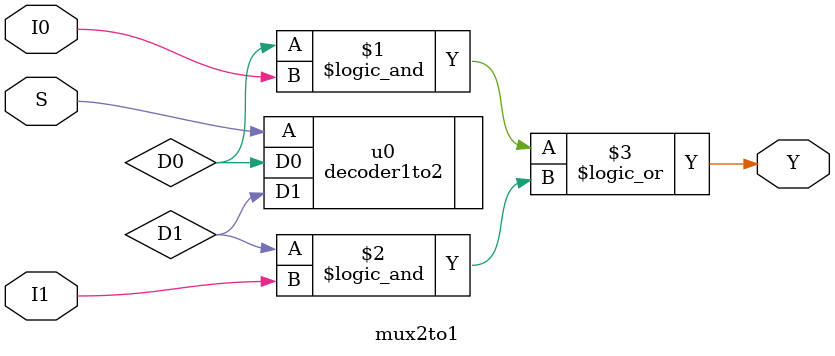
<source format=v>
`include "decoder1to2.v"

module mux2to1(S, I0, I1, Y);

    input S, I0, I1;
    output Y;

    wire D0, D1;

    decoder1to2 u0(.A(S), .D0(D0), .D1(D1));

    assign Y = (D0 && I0) || (D1 && I1);

endmodule

</source>
